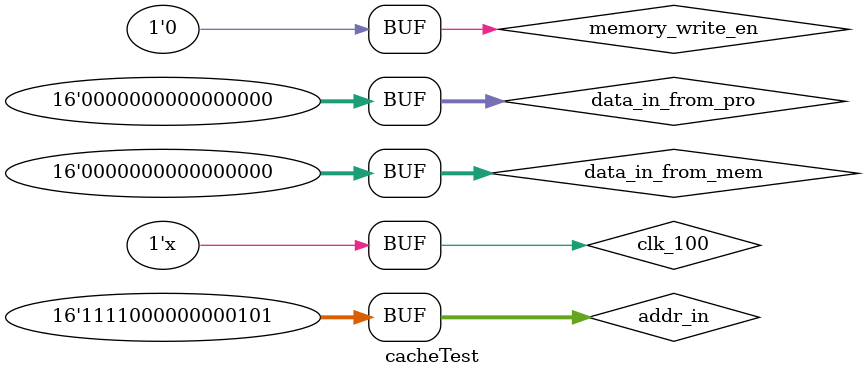
<source format=v>
`timescale 1ns / 1ps


module cacheTest;

	// Inputs
	reg [15:0] data_in_from_pro;
	reg [15:0] data_in_from_mem;
	reg [15:0] addr_in;
	reg memory_write_en;
	reg clk_100;

	// Outputs
	wire [15:0] data_out_to_pro;
	wire [15:0] data_out_to_mem;
	wire [15:0] addr_out;
	wire hit;

	// Instantiate the Unit Under Test (UUT)
	cache uut (
		.data_in_from_pro(data_in_from_pro), 
		.data_in_from_mem(data_in_from_mem), 
		.data_out_to_pro(data_out_to_pro), 
		.data_out_to_mem(data_out_to_mem), 
		.addr_in(addr_in), 
		.addr_out(addr_out), 
		.hit(hit), 
		.memory_write_en(memory_write_en), 
		.clk_100(clk_100)
	);
	
	always begin
		#5 clk_100 = ~clk_100;
	end

	initial begin
		// Initialize Inputs
		data_in_from_pro = 0;
		data_in_from_mem = 0;
		addr_in = 16'b11110000_000001_01;
		memory_write_en = 0;
		clk_100 = 0;

		// Wait 100 ns for global reset to finish
		#100;
       
	end
      
endmodule


</source>
